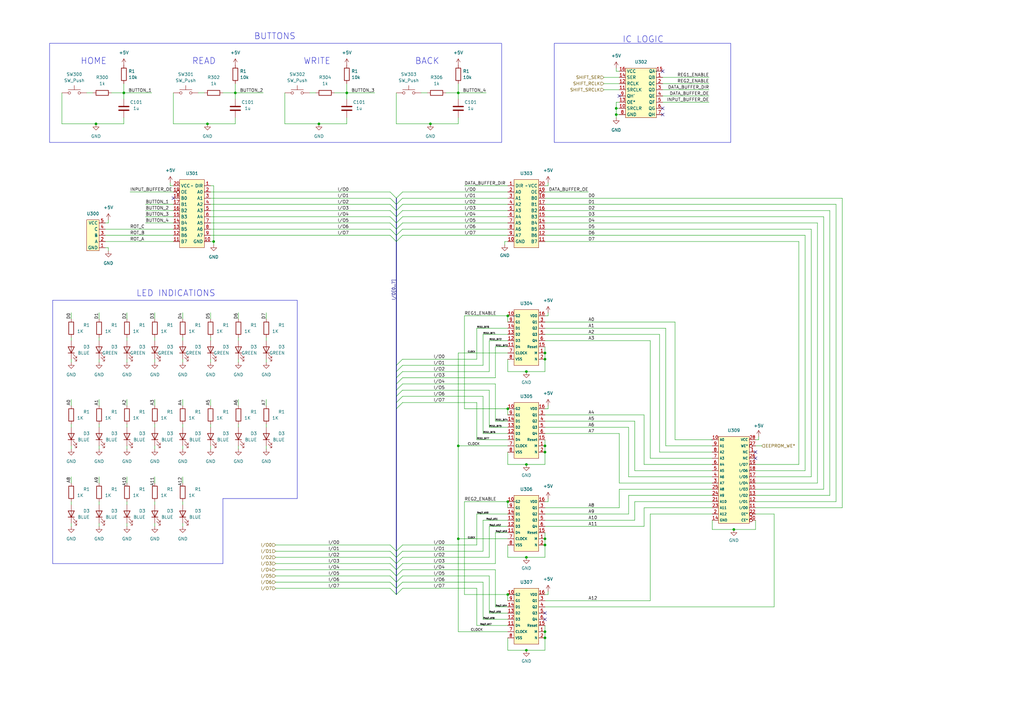
<source format=kicad_sch>
(kicad_sch (version 20230121) (generator eeschema)
  (paper "A3")
  (junction (at 223.52 259.08))
  (junction (at 176.53 50.8))
  (junction (at 252.73 44.45))
  (junction (at 142.24 38.1))
  (junction (at 50.8 38.1))
  (junction (at 223.52 261.62))
  (junction (at 208.28 167.64))
  (junction (at 208.28 243.84))
  (junction (at 85.09 50.8))
  (junction (at 223.52 182.88))
  (junction (at 215.9 266.7))
  (junction (at 223.52 185.42))
  (junction (at 187.96 182.88))
  (junction (at 39.37 50.8))
  (junction (at 223.52 144.78))
  (junction (at 130.81 50.8))
  (junction (at 215.9 228.6))
  (junction (at 87.63 99.06))
  (junction (at 187.96 220.98))
  (junction (at 208.28 129.54))
  (junction (at 96.52 38.1))
  (junction (at 215.9 152.4))
  (junction (at 208.28 205.74))
  (junction (at 223.52 220.98))
  (junction (at 252.73 46.99))
  (junction (at 223.52 147.32))
  (junction (at 300.99 217.17))
  (junction (at 223.52 223.52))
  (junction (at 215.9 190.5))
  (junction (at 187.96 38.1))
  (no_connect (at 254 39.37))
  (no_connect (at 271.78 46.99))
  (no_connect (at 271.78 44.45))
  (no_connect (at 309.88 187.96))
  (no_connect (at 223.52 251.46))
  (no_connect (at 271.78 29.21))
  (no_connect (at 223.52 254))
  (no_connect (at 71.12 81.28))
  (no_connect (at 309.88 185.42))
  (bus_entry (at 162.56 99.06) (size -2.54 -2.54))
  (bus_entry (at 162.56 165.1) (size 2.54 -2.54))
  (bus_entry (at 162.56 88.9) (size 2.54 -2.54))
  (bus_entry (at 162.56 167.64) (size 2.54 -2.54))
  (bus_entry (at 162.56 233.68) (size 2.54 -2.54))
  (bus_entry (at 162.56 152.4) (size 2.54 -2.54))
  (bus_entry (at 162.56 96.52) (size 2.54 -2.54))
  (bus_entry (at 162.56 238.76) (size 2.54 -2.54))
  (bus_entry (at 162.56 243.84) (size 2.54 -2.54))
  (bus_entry (at 162.56 228.6) (size 2.54 -2.54))
  (bus_entry (at 162.56 154.94) (size 2.54 -2.54))
  (bus_entry (at 162.56 91.44) (size -2.54 -2.54))
  (bus_entry (at 162.56 243.84) (size -2.54 -2.54))
  (bus_entry (at 162.56 93.98) (size 2.54 -2.54))
  (bus_entry (at 162.56 96.52) (size -2.54 -2.54))
  (bus_entry (at 162.56 231.14) (size -2.54 -2.54))
  (bus_entry (at 162.56 236.22) (size -2.54 -2.54))
  (bus_entry (at 162.56 238.76) (size -2.54 -2.54))
  (bus_entry (at 162.56 83.82) (size 2.54 -2.54))
  (bus_entry (at 162.56 231.14) (size 2.54 -2.54))
  (bus_entry (at 162.56 228.6) (size -2.54 -2.54))
  (bus_entry (at 162.56 160.02) (size 2.54 -2.54))
  (bus_entry (at 162.56 149.86) (size 2.54 -2.54))
  (bus_entry (at 162.56 99.06) (size 2.54 -2.54))
  (bus_entry (at 162.56 88.9) (size -2.54 -2.54))
  (bus_entry (at 162.56 91.44) (size 2.54 -2.54))
  (bus_entry (at 162.56 241.3) (size -2.54 -2.54))
  (bus_entry (at 162.56 83.82) (size -2.54 -2.54))
  (bus_entry (at 162.56 81.28) (size -2.54 -2.54))
  (bus_entry (at 162.56 86.36) (size -2.54 -2.54))
  (bus_entry (at 162.56 236.22) (size 2.54 -2.54))
  (bus_entry (at 162.56 81.28) (size 2.54 -2.54))
  (bus_entry (at 162.56 93.98) (size -2.54 -2.54))
  (bus_entry (at 162.56 233.68) (size -2.54 -2.54))
  (bus_entry (at 162.56 226.06) (size 2.54 -2.54))
  (bus_entry (at 162.56 241.3) (size 2.54 -2.54))
  (bus_entry (at 162.56 226.06) (size -2.54 -2.54))
  (bus_entry (at 162.56 86.36) (size 2.54 -2.54))
  (bus_entry (at 162.56 157.48) (size 2.54 -2.54))
  (bus_entry (at 162.56 162.56) (size 2.54 -2.54))
  (wire (pts (xy 96.52 38.1) (xy 96.52 34.29)))
  (wire (pts (xy 224.79 204.47) (xy 224.79 205.74)))
  (wire (pts (xy 345.44 208.28) (xy 309.88 208.28)))
  (wire (pts (xy 44.45 101.6) (xy 43.18 101.6)))
  (wire (pts (xy 252.73 44.45) (xy 252.73 46.99)))
  (wire (pts (xy 142.24 38.1) (xy 153.67 38.1)))
  (wire (pts (xy 273.05 134.62) (xy 273.05 182.88)))
  (wire (pts (xy 198.12 137.16) (xy 208.28 137.16)))
  (wire (pts (xy 44.45 91.44) (xy 43.18 91.44)))
  (wire (pts (xy 223.52 220.98) (xy 223.52 223.52)))
  (wire (pts (xy 50.8 50.8) (xy 39.37 50.8)))
  (wire (pts (xy 200.66 175.26) (xy 208.28 175.26)))
  (wire (pts (xy 311.15 179.07) (xy 311.15 180.34)))
  (wire (pts (xy 223.52 182.88) (xy 223.52 185.42)))
  (wire (pts (xy 276.86 132.08) (xy 276.86 180.34)))
  (wire (pts (xy 50.8 38.1) (xy 62.23 38.1)))
  (wire (pts (xy 195.58 256.54) (xy 195.58 241.3)))
  (wire (pts (xy 74.93 195.58) (xy 74.93 198.12)))
  (wire (pts (xy 86.36 163.83) (xy 86.36 166.37)))
  (wire (pts (xy 52.07 215.9) (xy 52.07 214.63)))
  (wire (pts (xy 40.64 163.83) (xy 40.64 166.37)))
  (wire (pts (xy 86.36 86.36) (xy 160.02 86.36)))
  (wire (pts (xy 224.79 243.84) (xy 223.52 243.84)))
  (wire (pts (xy 50.8 48.26) (xy 50.8 50.8)))
  (wire (pts (xy 195.58 210.82) (xy 208.28 210.82)))
  (bus (pts (xy 162.56 233.68) (xy 162.56 236.22)))
  (wire (pts (xy 208.28 266.7) (xy 215.9 266.7)))
  (wire (pts (xy 52.07 163.83) (xy 52.07 166.37)))
  (wire (pts (xy 165.1 86.36) (xy 208.28 86.36)))
  (wire (pts (xy 223.52 266.7) (xy 223.52 261.62)))
  (wire (pts (xy 187.96 38.1) (xy 199.39 38.1)))
  (wire (pts (xy 271.78 36.83) (xy 290.83 36.83)))
  (wire (pts (xy 91.44 38.1) (xy 96.52 38.1)))
  (wire (pts (xy 208.28 185.42) (xy 208.28 190.5)))
  (wire (pts (xy 29.21 173.99) (xy 29.21 175.26)))
  (wire (pts (xy 165.1 228.6) (xy 200.66 228.6)))
  (bus (pts (xy 162.56 236.22) (xy 162.56 238.76)))
  (wire (pts (xy 198.12 162.56) (xy 198.12 177.8)))
  (wire (pts (xy 86.36 173.99) (xy 86.36 175.26)))
  (wire (pts (xy 340.36 86.36) (xy 340.36 203.2)))
  (wire (pts (xy 40.64 184.15) (xy 40.64 182.88)))
  (wire (pts (xy 63.5 215.9) (xy 63.5 214.63)))
  (wire (pts (xy 198.12 238.76) (xy 198.12 254)))
  (wire (pts (xy 165.1 241.3) (xy 195.58 241.3)))
  (wire (pts (xy 44.45 90.17) (xy 44.45 91.44)))
  (wire (pts (xy 190.5 129.54) (xy 208.28 129.54)))
  (wire (pts (xy 142.24 40.64) (xy 142.24 38.1)))
  (wire (pts (xy 208.28 172.72) (xy 203.2 172.72)))
  (wire (pts (xy 29.21 148.59) (xy 29.21 147.32)))
  (wire (pts (xy 340.36 203.2) (xy 309.88 203.2)))
  (bus (pts (xy 162.56 81.28) (xy 162.56 83.82)))
  (wire (pts (xy 271.78 34.29) (xy 290.83 34.29)))
  (wire (pts (xy 327.66 99.06) (xy 327.66 190.5)))
  (bus (pts (xy 162.56 162.56) (xy 162.56 165.1)))
  (wire (pts (xy 40.64 128.27) (xy 40.64 130.81)))
  (wire (pts (xy 86.36 138.43) (xy 86.36 139.7)))
  (wire (pts (xy 162.56 50.8) (xy 176.53 50.8)))
  (wire (pts (xy 63.5 128.27) (xy 63.5 130.81)))
  (wire (pts (xy 142.24 50.8) (xy 130.81 50.8)))
  (wire (pts (xy 317.5 248.92) (xy 317.5 210.82)))
  (wire (pts (xy 109.22 184.15) (xy 109.22 182.88)))
  (wire (pts (xy 86.36 184.15) (xy 86.36 182.88)))
  (wire (pts (xy 29.21 195.58) (xy 29.21 198.12)))
  (wire (pts (xy 165.1 154.94) (xy 203.2 154.94)))
  (wire (pts (xy 266.7 210.82) (xy 292.1 210.82)))
  (wire (pts (xy 223.52 228.6) (xy 223.52 223.52)))
  (wire (pts (xy 223.52 91.44) (xy 335.28 91.44)))
  (wire (pts (xy 38.1 38.1) (xy 35.56 38.1)))
  (wire (pts (xy 59.69 91.44) (xy 71.12 91.44)))
  (wire (pts (xy 52.07 138.43) (xy 52.07 139.7)))
  (wire (pts (xy 223.52 256.54) (xy 223.52 259.08)))
  (wire (pts (xy 223.52 152.4) (xy 223.52 147.32)))
  (wire (pts (xy 86.36 76.2) (xy 87.63 76.2)))
  (wire (pts (xy 223.52 134.62) (xy 273.05 134.62)))
  (wire (pts (xy 86.36 81.28) (xy 160.02 81.28)))
  (wire (pts (xy 40.64 173.99) (xy 40.64 175.26)))
  (wire (pts (xy 200.66 228.6) (xy 200.66 215.9)))
  (wire (pts (xy 300.99 217.17) (xy 309.88 217.17)))
  (wire (pts (xy 241.3 78.74) (xy 223.52 78.74)))
  (bus (pts (xy 162.56 238.76) (xy 162.56 241.3)))
  (wire (pts (xy 247.65 31.75) (xy 254 31.75)))
  (wire (pts (xy 25.4 50.8) (xy 39.37 50.8)))
  (wire (pts (xy 224.79 167.64) (xy 223.52 167.64)))
  (bus (pts (xy 162.56 226.06) (xy 162.56 228.6)))
  (wire (pts (xy 182.88 38.1) (xy 187.96 38.1)))
  (wire (pts (xy 59.69 88.9) (xy 71.12 88.9)))
  (wire (pts (xy 165.1 236.22) (xy 200.66 236.22)))
  (wire (pts (xy 165.1 165.1) (xy 195.58 165.1)))
  (wire (pts (xy 96.52 48.26) (xy 96.52 50.8)))
  (wire (pts (xy 198.12 254) (xy 208.28 254)))
  (wire (pts (xy 165.1 88.9) (xy 208.28 88.9)))
  (wire (pts (xy 190.5 76.2) (xy 208.28 76.2)))
  (wire (pts (xy 337.82 88.9) (xy 337.82 200.66)))
  (wire (pts (xy 113.03 238.76) (xy 160.02 238.76)))
  (wire (pts (xy 223.52 137.16) (xy 270.51 137.16)))
  (wire (pts (xy 276.86 180.34) (xy 292.1 180.34)))
  (wire (pts (xy 52.07 173.99) (xy 52.07 175.26)))
  (wire (pts (xy 207.01 100.33) (xy 207.01 99.06)))
  (wire (pts (xy 335.28 198.12) (xy 309.88 198.12)))
  (wire (pts (xy 43.18 99.06) (xy 71.12 99.06)))
  (wire (pts (xy 203.2 233.68) (xy 203.2 248.92)))
  (wire (pts (xy 44.45 102.87) (xy 44.45 101.6)))
  (wire (pts (xy 330.2 193.04) (xy 309.88 193.04)))
  (bus (pts (xy 162.56 99.06) (xy 162.56 149.86)))
  (wire (pts (xy 25.4 38.1) (xy 25.4 50.8)))
  (wire (pts (xy 223.52 213.36) (xy 260.35 213.36)))
  (wire (pts (xy 223.52 248.92) (xy 317.5 248.92)))
  (wire (pts (xy 254 177.8) (xy 254 198.12)))
  (bus (pts (xy 162.56 231.14) (xy 162.56 233.68)))
  (bus (pts (xy 162.56 83.82) (xy 162.56 86.36)))
  (wire (pts (xy 224.79 242.57) (xy 224.79 243.84)))
  (wire (pts (xy 74.93 128.27) (xy 74.93 130.81)))
  (bus (pts (xy 162.56 154.94) (xy 162.56 157.48)))
  (wire (pts (xy 50.8 40.64) (xy 50.8 38.1)))
  (wire (pts (xy 97.79 138.43) (xy 97.79 139.7)))
  (wire (pts (xy 264.16 190.5) (xy 292.1 190.5)))
  (wire (pts (xy 29.21 128.27) (xy 29.21 130.81)))
  (bus (pts (xy 162.56 149.86) (xy 162.56 152.4)))
  (wire (pts (xy 162.56 38.1) (xy 162.56 50.8)))
  (wire (pts (xy 74.93 184.15) (xy 74.93 182.88)))
  (wire (pts (xy 203.2 218.44) (xy 203.2 231.14)))
  (wire (pts (xy 40.64 195.58) (xy 40.64 198.12)))
  (wire (pts (xy 40.64 148.59) (xy 40.64 147.32)))
  (wire (pts (xy 224.79 129.54) (xy 223.52 129.54)))
  (wire (pts (xy 71.12 50.8) (xy 85.09 50.8)))
  (wire (pts (xy 309.88 182.88) (xy 312.42 182.88)))
  (wire (pts (xy 63.5 205.74) (xy 63.5 207.01)))
  (wire (pts (xy 190.5 243.84) (xy 190.5 205.74)))
  (wire (pts (xy 223.52 99.06) (xy 327.66 99.06)))
  (wire (pts (xy 52.07 128.27) (xy 52.07 130.81)))
  (wire (pts (xy 53.34 78.74) (xy 71.12 78.74)))
  (wire (pts (xy 260.35 172.72) (xy 260.35 193.04)))
  (wire (pts (xy 223.52 215.9) (xy 264.16 215.9)))
  (wire (pts (xy 223.52 139.7) (xy 266.7 139.7)))
  (bus (pts (xy 162.56 228.6) (xy 162.56 231.14)))
  (wire (pts (xy 223.52 259.08) (xy 223.52 261.62)))
  (wire (pts (xy 195.58 134.62) (xy 208.28 134.62)))
  (wire (pts (xy 309.88 190.5) (xy 327.66 190.5)))
  (wire (pts (xy 309.88 217.17) (xy 309.88 213.36)))
  (polyline (pts (xy 121.92 204.47) (xy 121.92 123.19)))
  (wire (pts (xy 208.28 223.52) (xy 208.28 228.6)))
  (wire (pts (xy 207.01 99.06) (xy 208.28 99.06)))
  (wire (pts (xy 142.24 38.1) (xy 142.24 34.29)))
  (wire (pts (xy 208.28 147.32) (xy 208.28 152.4)))
  (wire (pts (xy 113.03 226.06) (xy 160.02 226.06)))
  (wire (pts (xy 187.96 220.98) (xy 187.96 182.88)))
  (wire (pts (xy 87.63 76.2) (xy 87.63 99.06)))
  (wire (pts (xy 208.28 208.28) (xy 208.28 205.74)))
  (bus (pts (xy 162.56 152.4) (xy 162.56 154.94)))
  (wire (pts (xy 317.5 210.82) (xy 309.88 210.82)))
  (wire (pts (xy 292.1 217.17) (xy 300.99 217.17)))
  (wire (pts (xy 69.85 74.93) (xy 69.85 76.2)))
  (wire (pts (xy 165.1 149.86) (xy 198.12 149.86)))
  (wire (pts (xy 109.22 163.83) (xy 109.22 166.37)))
  (wire (pts (xy 223.52 86.36) (xy 340.36 86.36)))
  (wire (pts (xy 86.36 148.59) (xy 86.36 147.32)))
  (wire (pts (xy 335.28 91.44) (xy 335.28 198.12)))
  (wire (pts (xy 74.93 148.59) (xy 74.93 147.32)))
  (wire (pts (xy 342.9 83.82) (xy 342.9 205.74)))
  (wire (pts (xy 96.52 40.64) (xy 96.52 38.1)))
  (wire (pts (xy 223.52 132.08) (xy 276.86 132.08)))
  (bus (pts (xy 162.56 91.44) (xy 162.56 93.98)))
  (wire (pts (xy 97.79 184.15) (xy 97.79 182.88)))
  (wire (pts (xy 175.26 38.1) (xy 172.72 38.1)))
  (wire (pts (xy 165.1 226.06) (xy 198.12 226.06)))
  (wire (pts (xy 187.96 220.98) (xy 208.28 220.98)))
  (wire (pts (xy 63.5 184.15) (xy 63.5 182.88)))
  (wire (pts (xy 109.22 148.59) (xy 109.22 147.32)))
  (wire (pts (xy 198.12 213.36) (xy 208.28 213.36)))
  (wire (pts (xy 198.12 177.8) (xy 208.28 177.8)))
  (wire (pts (xy 45.72 38.1) (xy 50.8 38.1)))
  (wire (pts (xy 254 44.45) (xy 252.73 44.45)))
  (wire (pts (xy 208.28 228.6) (xy 215.9 228.6)))
  (wire (pts (xy 86.36 128.27) (xy 86.36 130.81)))
  (wire (pts (xy 74.93 205.74) (xy 74.93 207.01)))
  (wire (pts (xy 165.1 78.74) (xy 208.28 78.74)))
  (wire (pts (xy 165.1 157.48) (xy 203.2 157.48)))
  (wire (pts (xy 165.1 162.56) (xy 198.12 162.56)))
  (wire (pts (xy 223.52 144.78) (xy 223.52 147.32)))
  (wire (pts (xy 208.28 132.08) (xy 208.28 129.54)))
  (bus (pts (xy 162.56 160.02) (xy 162.56 162.56)))
  (wire (pts (xy 74.93 163.83) (xy 74.93 166.37)))
  (wire (pts (xy 187.96 182.88) (xy 208.28 182.88)))
  (wire (pts (xy 165.1 91.44) (xy 208.28 91.44)))
  (wire (pts (xy 252.73 29.21) (xy 254 29.21)))
  (wire (pts (xy 208.28 190.5) (xy 215.9 190.5)))
  (wire (pts (xy 215.9 152.4) (xy 223.52 152.4)))
  (wire (pts (xy 223.52 88.9) (xy 337.82 88.9)))
  (wire (pts (xy 223.52 180.34) (xy 223.52 182.88)))
  (wire (pts (xy 208.28 170.18) (xy 208.28 167.64)))
  (wire (pts (xy 252.73 46.99) (xy 254 46.99)))
  (wire (pts (xy 165.1 83.82) (xy 208.28 83.82)))
  (wire (pts (xy 86.36 93.98) (xy 160.02 93.98)))
  (wire (pts (xy 52.07 195.58) (xy 52.07 198.12)))
  (wire (pts (xy 247.65 36.83) (xy 254 36.83)))
  (wire (pts (xy 165.1 96.52) (xy 208.28 96.52)))
  (wire (pts (xy 40.64 215.9) (xy 40.64 214.63)))
  (wire (pts (xy 29.21 163.83) (xy 29.21 166.37)))
  (wire (pts (xy 190.5 167.64) (xy 190.5 129.54)))
  (wire (pts (xy 96.52 38.1) (xy 107.95 38.1)))
  (wire (pts (xy 223.52 170.18) (xy 264.16 170.18)))
  (wire (pts (xy 87.63 99.06) (xy 86.36 99.06)))
  (wire (pts (xy 63.5 138.43) (xy 63.5 139.7)))
  (wire (pts (xy 187.96 40.64) (xy 187.96 38.1)))
  (wire (pts (xy 40.64 205.74) (xy 40.64 207.01)))
  (wire (pts (xy 74.93 173.99) (xy 74.93 175.26)))
  (wire (pts (xy 113.03 236.22) (xy 160.02 236.22)))
  (bus (pts (xy 162.56 88.9) (xy 162.56 91.44)))
  (wire (pts (xy 223.52 83.82) (xy 342.9 83.82)))
  (wire (pts (xy 160.02 228.6) (xy 113.03 228.6)))
  (wire (pts (xy 266.7 246.38) (xy 266.7 210.82)))
  (wire (pts (xy 200.66 251.46) (xy 208.28 251.46)))
  (wire (pts (xy 200.66 152.4) (xy 200.66 139.7)))
  (wire (pts (xy 113.03 231.14) (xy 160.02 231.14)))
  (wire (pts (xy 271.78 41.91) (xy 290.83 41.91)))
  (wire (pts (xy 252.73 48.26) (xy 252.73 46.99)))
  (wire (pts (xy 116.84 38.1) (xy 116.84 50.8)))
  (wire (pts (xy 59.69 86.36) (xy 71.12 86.36)))
  (wire (pts (xy 71.12 38.1) (xy 71.12 50.8)))
  (wire (pts (xy 86.36 91.44) (xy 160.02 91.44)))
  (wire (pts (xy 223.52 93.98) (xy 332.74 93.98)))
  (wire (pts (xy 223.52 177.8) (xy 254 177.8)))
  (wire (pts (xy 63.5 173.99) (xy 63.5 175.26)))
  (wire (pts (xy 264.16 170.18) (xy 264.16 190.5)))
  (wire (pts (xy 208.28 259.08) (xy 187.96 259.08)))
  (wire (pts (xy 142.24 48.26) (xy 142.24 50.8)))
  (wire (pts (xy 345.44 81.28) (xy 345.44 208.28)))
  (wire (pts (xy 337.82 200.66) (xy 309.88 200.66)))
  (wire (pts (xy 252.73 27.94) (xy 252.73 29.21)))
  (wire (pts (xy 292.1 200.66) (xy 254 200.66)))
  (wire (pts (xy 83.82 38.1) (xy 81.28 38.1)))
  (polyline (pts (xy 21.59 123.19) (xy 121.92 123.19)))
  (wire (pts (xy 223.52 175.26) (xy 257.81 175.26)))
  (wire (pts (xy 165.1 233.68) (xy 203.2 233.68)))
  (wire (pts (xy 160.02 223.52) (xy 113.03 223.52)))
  (wire (pts (xy 260.35 205.74) (xy 292.1 205.74)))
  (wire (pts (xy 59.69 83.82) (xy 71.12 83.82)))
  (wire (pts (xy 330.2 96.52) (xy 330.2 193.04)))
  (wire (pts (xy 264.16 208.28) (xy 292.1 208.28)))
  (wire (pts (xy 224.79 166.37) (xy 224.79 167.64)))
  (wire (pts (xy 332.74 93.98) (xy 332.74 195.58)))
  (wire (pts (xy 86.36 78.74) (xy 160.02 78.74)))
  (wire (pts (xy 223.52 218.44) (xy 223.52 220.98)))
  (wire (pts (xy 109.22 128.27) (xy 109.22 130.81)))
  (wire (pts (xy 165.1 81.28) (xy 208.28 81.28)))
  (wire (pts (xy 195.58 180.34) (xy 208.28 180.34)))
  (wire (pts (xy 270.51 185.42) (xy 292.1 185.42)))
  (wire (pts (xy 116.84 50.8) (xy 130.81 50.8)))
  (bus (pts (xy 162.56 165.1) (xy 162.56 167.64)))
  (wire (pts (xy 257.81 175.26) (xy 257.81 195.58)))
  (wire (pts (xy 271.78 31.75) (xy 290.83 31.75)))
  (wire (pts (xy 257.81 210.82) (xy 257.81 203.2)))
  (wire (pts (xy 208.28 248.92) (xy 203.2 248.92)))
  (bus (pts (xy 162.56 241.3) (xy 162.56 243.84)))
  (wire (pts (xy 29.21 184.15) (xy 29.21 182.88)))
  (wire (pts (xy 208.28 246.38) (xy 208.28 243.84)))
  (wire (pts (xy 254 200.66) (xy 254 208.28)))
  (wire (pts (xy 215.9 228.6) (xy 223.52 228.6)))
  (wire (pts (xy 195.58 223.52) (xy 195.58 210.82)))
  (wire (pts (xy 247.65 34.29) (xy 254 34.29)))
  (wire (pts (xy 195.58 256.54) (xy 208.28 256.54)))
  (wire (pts (xy 332.74 195.58) (xy 309.88 195.58)))
  (wire (pts (xy 63.5 148.59) (xy 63.5 147.32)))
  (wire (pts (xy 96.52 50.8) (xy 85.09 50.8)))
  (wire (pts (xy 200.66 160.02) (xy 200.66 175.26)))
  (wire (pts (xy 223.52 96.52) (xy 330.2 96.52)))
  (wire (pts (xy 129.54 38.1) (xy 127 38.1)))
  (wire (pts (xy 223.52 172.72) (xy 260.35 172.72)))
  (wire (pts (xy 223.52 142.24) (xy 223.52 144.78)))
  (wire (pts (xy 165.1 231.14) (xy 203.2 231.14)))
  (wire (pts (xy 165.1 152.4) (xy 200.66 152.4)))
  (wire (pts (xy 97.79 128.27) (xy 97.79 130.81)))
  (wire (pts (xy 223.52 210.82) (xy 257.81 210.82)))
  (wire (pts (xy 200.66 236.22) (xy 200.66 251.46)))
  (wire (pts (xy 43.18 93.98) (xy 71.12 93.98)))
  (wire (pts (xy 198.12 213.36) (xy 198.12 226.06)))
  (wire (pts (xy 86.36 88.9) (xy 160.02 88.9)))
  (wire (pts (xy 187.96 259.08) (xy 187.96 220.98)))
  (wire (pts (xy 257.81 203.2) (xy 292.1 203.2)))
  (wire (pts (xy 254 41.91) (xy 252.73 41.91)))
  (wire (pts (xy 224.79 128.27) (xy 224.79 129.54)))
  (wire (pts (xy 223.52 246.38) (xy 266.7 246.38)))
  (wire (pts (xy 208.28 261.62) (xy 208.28 266.7)))
  (wire (pts (xy 224.79 74.93) (xy 224.79 76.2)))
  (wire (pts (xy 86.36 96.52) (xy 160.02 96.52)))
  (wire (pts (xy 87.63 100.33) (xy 87.63 99.06)))
  (wire (pts (xy 200.66 215.9) (xy 208.28 215.9)))
  (wire (pts (xy 266.7 187.96) (xy 292.1 187.96)))
  (wire (pts (xy 187.96 182.88) (xy 187.96 144.78)))
  (wire (pts (xy 113.03 233.68) (xy 160.02 233.68)))
  (wire (pts (xy 29.21 138.43) (xy 29.21 139.7)))
  (wire (pts (xy 109.22 173.99) (xy 109.22 175.26)))
  (wire (pts (xy 97.79 148.59) (xy 97.79 147.32)))
  (polyline (pts (xy 91.44 231.14) (xy 91.44 204.47)))
  (bus (pts (xy 162.56 167.64) (xy 162.56 226.06)))
  (wire (pts (xy 292.1 213.36) (xy 292.1 217.17)))
  (wire (pts (xy 254 208.28) (xy 223.52 208.28)))
  (wire (pts (xy 165.1 160.02) (xy 200.66 160.02)))
  (wire (pts (xy 63.5 163.83) (xy 63.5 166.37)))
  (wire (pts (xy 203.2 142.24) (xy 203.2 154.94)))
  (wire (pts (xy 165.1 93.98) (xy 208.28 93.98)))
  (wire (pts (xy 165.1 238.76) (xy 198.12 238.76)))
  (wire (pts (xy 311.15 180.34) (xy 309.88 180.34)))
  (wire (pts (xy 187.96 38.1) (xy 187.96 34.29)))
  (wire (pts (xy 74.93 215.9) (xy 74.93 214.63)))
  (wire (pts (xy 40.64 138.43) (xy 40.64 139.7)))
  (wire (pts (xy 290.83 39.37) (xy 271.78 39.37)))
  (wire (pts (xy 254 198.12) (xy 292.1 198.12)))
  (wire (pts (xy 187.96 50.8) (xy 176.53 50.8)))
  (wire (pts (xy 224.79 205.74) (xy 223.52 205.74)))
  (polyline (pts (xy 21.59 123.19) (xy 21.59 231.14)))
  (wire (pts (xy 97.79 173.99) (xy 97.79 175.26)))
  (wire (pts (xy 266.7 139.7) (xy 266.7 187.96)))
  (wire (pts (xy 43.18 96.52) (xy 71.12 96.52)))
  (polyline (pts (xy 21.59 231.14) (xy 91.44 231.14)))
  (wire (pts (xy 257.81 195.58) (xy 292.1 195.58)))
  (wire (pts (xy 223.52 81.28) (xy 345.44 81.28)))
  (wire (pts (xy 273.05 182.88) (xy 292.1 182.88)))
  (wire (pts (xy 165.1 147.32) (xy 195.58 147.32)))
  (wire (pts (xy 187.96 48.26) (xy 187.96 50.8)))
  (wire (pts (xy 29.21 215.9) (xy 29.21 214.63)))
  (wire (pts (xy 203.2 142.24) (xy 208.28 142.24)))
  (wire (pts (xy 190.5 205.74) (xy 208.28 205.74)))
  (wire (pts (xy 86.36 83.82) (xy 160.02 83.82)))
  (wire (pts (xy 264.16 215.9) (xy 264.16 208.28)))
  (wire (pts (xy 342.9 205.74) (xy 309.88 205.74)))
  (wire (pts (xy 208.28 152.4) (xy 215.9 152.4)))
  (wire (pts (xy 203.2 157.48) (xy 203.2 172.72)))
  (wire (pts (xy 223.52 190.5) (xy 223.52 185.42)))
  (wire (pts (xy 69.85 76.2) (xy 71.12 76.2)))
  (wire (pts (xy 109.22 138.43) (xy 109.22 139.7)))
  (wire (pts (xy 215.9 190.5) (xy 223.52 190.5)))
  (wire (pts (xy 195.58 147.32) (xy 195.58 134.62)))
  (wire (pts (xy 165.1 223.52) (xy 195.58 223.52)))
  (wire (pts (xy 29.21 205.74) (xy 29.21 207.01)))
  (wire (pts (xy 63.5 195.58) (xy 63.5 198.12)))
  (wire (pts (xy 74.93 138.43) (xy 74.93 139.7)))
  (wire (pts (xy 260.35 193.04) (xy 292.1 193.04)))
  (polyline (pts (xy 91.44 204.47) (xy 121.92 204.47)))
  (wire (pts (xy 97.79 163.83) (xy 97.79 166.37)))
  (wire (pts (xy 113.03 241.3) (xy 160.02 241.3)))
  (wire (pts (xy 198.12 137.16) (xy 198.12 149.86)))
  (bus (pts (xy 162.56 157.48) (xy 162.56 160.02)))
  (wire (pts (xy 50.8 38.1) (xy 50.8 34.29)))
  (bus (pts (xy 162.56 93.98) (xy 162.56 96.52)))
  (wire (pts (xy 215.9 266.7) (xy 223.52 266.7)))
  (wire (pts (xy 200.66 139.7) (xy 208.28 139.7)))
  (wire (pts (xy 137.16 38.1) (xy 142.24 38.1)))
  (wire (pts (xy 260.35 213.36) (xy 260.35 205.74)))
  (wire (pts (xy 252.73 41.91) (xy 252.73 44.45)))
  (wire (pts (xy 52.07 148.59) (xy 52.07 147.32)))
  (wire (pts (xy 224.79 76.2) (xy 223.52 76.2)))
  (wire (pts (xy 52.07 205.74) (xy 52.07 207.01)))
  (wire (pts (xy 52.07 184.15) (xy 52.07 182.88)))
  (bus (pts (xy 162.56 96.52) (xy 162.56 99.06)))
  (wire (pts (xy 187.96 144.78) (xy 208.28 144.78)))
  (wire (pts (xy 195.58 165.1) (xy 195.58 180.34)))
  (wire (pts (xy 208.28 167.64) (xy 190.5 167.64)))
  (wire (pts (xy 203.2 218.44) (xy 208.28 218.44)))
  (wire (pts (xy 208.28 243.84) (xy 190.5 243.84)))
  (wire (pts (xy 270.51 137.16) (xy 270.51 185.42)))
  (bus (pts (xy 162.56 86.36) (xy 162.56 88.9)))
  (rectangle (start 20.32 17.78) (end 205.74 58.42))
  (rectangle (start 227.33 17.78) (end 299.72 58.42))
  (text "LED INDICATIONS" (at 55.88 121.92 0) (effects (font (size 2.56 2.56)) (justify left bottom)))
  (text "WRITE" (at 124.46 26.67 0) (effects (font (size 2.56 2.56)) (justify left bottom)))
  (text "BUTTONS" (at 104.14 16.51 0) (effects (font (size 2.56 2.56)) (justify left bottom)))
  (text "IC LOGIC\n" (at 255.27 17.78 0) (effects (font (size 2.56 2.56)) (justify left bottom)))
  (text "BACK" (at 170.18 26.67 0) (effects (font (size 2.56 2.56)) (justify left bottom)))
  (text "READ" (at 78.74 26.67 0) (effects (font (size 2.56 2.56)) (justify left bottom)))
  (text "HOME" (at 33.02 26.67 0) (effects (font (size 2.56 2.56)) (justify left bottom)))
  (label "REG1_BIT6" (at 198.12 177.8 0) (effects (font (size 0.63 0.63))))
  (label "BUTTON_2" (at 107.95 38.1 180))
  (label "I/O1" (at 177.8 149.86 0))
  (label "I/O6" (at 177.8 162.56 0))
  (label "I/O4" (at 190.5 88.9 0))
  (label "REG1_BIT0" (at 195.58 134.62 0) (effects (font (size 0.63 0.63))))
  (label "I/O2" (at 134.62 228.6 0))
  (label "D1" (at 241.3 83.82 0))
  (label "DATA_BUFFER_DIR" (at 290.83 36.83 180))
  (label "REG2_ENABLE" (at 290.83 34.29 180))
  (label "I/O2" (at 177.8 228.6 0))
  (label "BUTTON_3" (at 59.69 88.9 0))
  (label "CLOCK" (at 191.77 182.88 0) (effects (font (size 1 1))))
  (label "D4" (at 74.93 128.27 270))
  (label "D0" (at 29.21 128.27 270))
  (label "Reg2_bit6" (at 198.12 254 0) (effects (font (size 0.63 0.63))))
  (label "I/O0" (at 190.5 78.74 0))
  (label "I/O5" (at 177.8 236.22 0))
  (label "Reg2_bit0" (at 195.58 210.82 0) (effects (font (size 0.63 0.63))))
  (label "I/O4" (at 177.8 233.68 0))
  (label "D5" (at 86.36 128.27 270))
  (label "A6" (at 241.3 175.26 0))
  (label "I/O1" (at 134.62 226.06 0))
  (label "A5" (at 86.36 163.83 270))
  (label "A11" (at 63.5 195.58 270))
  (label "REG1_ENABLE" (at 290.83 31.75 180))
  (label "A4" (at 74.93 163.83 270))
  (label "I/O6" (at 134.62 238.76 0))
  (label "I/O2" (at 177.8 152.4 0))
  (label "A3" (at 241.3 139.7 0))
  (label "Reg2_bit2" (at 200.66 215.9 0) (effects (font (size 0.63 0.63))))
  (label "D6" (at 241.3 96.52 0))
  (label "A6" (at 97.79 163.83 270))
  (label "I/O4" (at 134.62 233.68 0))
  (label "I/O7" (at 190.5 96.52 0))
  (label "A9" (at 241.3 210.82 0))
  (label "I/O4" (at 138.43 88.9 0))
  (label "A7" (at 109.22 163.83 270))
  (label "INPUT_BUFFER_OE" (at 290.83 41.91 180))
  (label "A3" (at 63.5 163.83 270))
  (label "DATA_BUFFER_DIR" (at 190.5 76.2 0))
  (label "REG1_BIT7" (at 195.58 180.34 0) (effects (font (size 0.63 0.63))))
  (label "I/O1" (at 138.43 81.28 0))
  (label "A7" (at 241.3 177.8 0))
  (label "A10" (at 241.3 213.36 0))
  (label "I/O1" (at 177.8 226.06 0))
  (label "REG2_ENABLE" (at 190.5 205.74 0))
  (label "BUTTON_4" (at 199.39 38.1 180))
  (label "D0" (at 241.3 81.28 0))
  (label "I/O6" (at 177.8 238.76 0))
  (label "DATA_BUFFER_OE" (at 241.3 78.74 180))
  (label "Reg2_bit7" (at 196.85 256.54 0) (effects (font (size 0.63 0.63))))
  (label "INPUT_BUFFER_OE" (at 53.34 78.74 0))
  (label "REG1_BIT5" (at 200.66 175.26 0) (effects (font (size 0.63 0.63))))
  (label "A5" (at 241.3 172.72 0))
  (label "I/O0" (at 177.8 223.52 0))
  (label "I/O2" (at 138.43 83.82 0))
  (label "I/O4" (at 177.8 157.48 0))
  (label "I/O3" (at 177.8 154.94 0))
  (label "I/O7" (at 177.8 241.3 0))
  (label "REG1_BIT2" (at 200.66 139.7 0) (effects (font (size 0.63 0.63))))
  (label "I/O0" (at 134.62 223.52 0))
  (label "A2" (at 52.07 163.83 270))
  (label "DATA_BUFFER_OE" (at 290.83 39.37 180))
  (label "I/O0" (at 138.43 78.74 0))
  (label "D4" (at 241.3 91.44 0))
  (label "I/O7" (at 177.8 165.1 0))
  (label "ROT_C" (at 53.34 93.98 0))
  (label "ROT_A" (at 53.34 99.06 0))
  (label "I/O5" (at 134.62 236.22 0))
  (label "A10" (at 52.07 195.58 270))
  (label "D6" (at 97.79 128.27 270))
  (label "A8" (at 29.21 195.58 270))
  (label "CLOCK" (at 191.77 220.98 0) (effects (font (size 0.63 0.63))))
  (label "A0" (at 29.21 163.83 270))
  (label "REG1_BIT4" (at 203.2 172.72 0) (effects (font (size 0.63 0.63))))
  (label "D3" (at 241.3 88.9 0))
  (label "D5" (at 241.3 93.98 0))
  (label "I/O0" (at 177.8 147.32 0))
  (label "BUTTON_1" (at 62.23 38.1 180))
  (label "D2" (at 241.3 86.36 0))
  (label "A9" (at 40.64 195.58 270))
  (label "I/O2" (at 190.5 83.82 0))
  (label "I/O5" (at 138.43 91.44 0))
  (label "REG1_BIT1" (at 198.12 137.16 0) (effects (font (size 0.63 0.63))))
  (label "A8" (at 241.3 208.28 0))
  (label "Reg2_bit3" (at 203.2 218.44 0) (effects (font (size 0.63 0.63))))
  (label "I/O1" (at 190.5 81.28 0))
  (label "Reg2_bit5" (at 200.66 251.46 0) (effects (font (size 0.63 0.63))))
  (label "D7" (at 109.22 128.27 270))
  (label "I{slash}O[0..7]" (at 162.56 123.19 90))
  (label "A1" (at 241.3 134.62 0))
  (label "Reg2_bit1" (at 199.39 213.36 0) (effects (font (size 0.63 0.63))))
  (label "BUTTON_2" (at 59.69 86.36 0))
  (label "D2" (at 52.07 128.27 270))
  (label "I/O6" (at 138.43 93.98 0))
  (label "I/O3" (at 134.62 231.14 0))
  (label "BUTTON_4" (at 59.69 91.44 0))
  (label "BUTTON_1" (at 59.69 83.82 0))
  (label "REG1_BIT3" (at 203.2 142.24 0) (effects (font (size 0.63 0.63))))
  (label "I/O3" (at 190.5 86.36 0))
  (label "BUTTON_3" (at 153.67 38.1 180))
  (label "I/O5" (at 177.8 160.02 0))
  (label "I/O7" (at 138.43 96.52 0))
  (label "A2" (at 241.3 137.16 0))
  (label "ROT_B" (at 53.34 96.52 0))
  (label "D3" (at 63.5 128.27 270))
  (label "I/O5" (at 190.5 91.44 0))
  (label "D7" (at 241.3 99.06 0))
  (label "CLOCK" (at 191.77 144.78 0) (effects (font (size 0.63 0.63))))
  (label "I/O6" (at 190.5 93.98 0))
  (label "A12" (at 74.93 195.58 270))
  (label "A0" (at 241.3 132.08 0))
  (label "REG1_ENABLE" (at 190.5 129.54 0))
  (label "A11" (at 241.3 215.9 0))
  (label "Reg2_bit4" (at 203.2 248.92 0) (effects (font (size 0.63 0.63))))
  (label "CLOCK" (at 193.04 259.08 0) (effects (font (size 1 1))))
  (label "I/O7" (at 134.62 241.3 0))
  (label "I/O3" (at 138.43 86.36 0))
  (label "I/O3" (at 177.8 231.14 0))
  (label "A4" (at 241.3 170.18 0))
  (label "A12" (at 241.3 246.38 0))
  (label "A1" (at 40.64 163.83 270))
  (label "D1" (at 40.64 128.27 270))
  (hierarchical_label "I{slash}O3" (shape input) (at 113.03 231.14 180))
  (hierarchical_label "SHIFT_SER" (shape input) (at 247.65 31.75 180))
  (hierarchical_label "I{slash}O0" (shape input) (at 113.03 223.52 180))
  (hierarchical_label "I{slash}O2" (shape input) (at 113.03 228.6 180))
  (hierarchical_label "I{slash}O4" (shape input) (at 113.03 233.68 180))
  (hierarchical_label "I{slash}O6" (shape input) (at 113.03 238.76 180))
  (hierarchical_label "SHIFT_SRCLK" (shape input) (at 247.65 36.83 180))
  (hierarchical_label "I{slash}O7" (shape input) (at 113.03 241.3 180))
  (hierarchical_label "SHIFT_RCLK" (shape input) (at 247.65 34.29 180))
  (hierarchical_label "I{slash}O1" (shape input) (at 113.03 226.06 180))
  (hierarchical_label "I{slash}O5" (shape input) (at 113.03 236.22 180))
  (hierarchical_label "EEPROM_WE*" (shape input) (at 312.42 182.88 0))
  (symbol (lib_id "power:+5V") (at 224.79 204.47 0) (unit 1)
    (property "Reference" "#PWR020" (effects hide))
    (property "Value" "+5V" (at 224.79 199.39 0))
  )
  (symbol (lib_id "Device:LED") (at 29.21 179.07 90) (unit 1)
    (property "Reference" "D3" (at 36.83 177.8 90) (effects (justify left)))
    (property "Value" "BLUE" (at 36.83 180.34 90) (effects (justify left)))
    (property "Footprint" "LED_SMD:LED_0805_2012Metric_Pad1.15x1.40mm_HandSolder" (effects hide))
    (instances (project "board" (path "" (reference "D3") (unit 1)) (path "" (reference "D200") (unit 1)) (path "" (reference "D308") (unit 1))))
  )
  (symbol (lib_id "Device:R") (at 40.64 170.18 180) (unit 1)
    (property "Reference" "R1" (at 48.26 168.91 0) (effects (justify left)))
    (property "Value" "1K" (at 45.72 171.45 0) (effects (justify left)))
    (property "Footprint" "Resistor_SMD:R_0805_2012Metric_Pad1.20x1.40mm_HandSolder" (effects hide))
    (instances (project "board" (path "" (reference "R1") (unit 1)) (path "" (reference "R200") (unit 1)) (path "" (reference "R317") (unit 1))))
  )
  (symbol (lib_id "power:GND") (at 63.5 148.59 0) (unit 1)
    (property "Reference" "#PWR057" (effects hide))
    (property "Value" "GND" (at 63.5 153.67 0))
  )
  (symbol (lib_id "power:GND") (at 52.07 184.15 0) (unit 1)
    (property "Reference" "#PWR043" (effects hide))
    (property "Value" "GND" (at 52.07 189.23 0))
  )
  (symbol (lib_id "Device:R") (at 133.35 38.1 90) (unit 1)
    (property "Reference" "R304" (at 133.35 31.75 90))
    (property "Value" "1k" (at 133.35 34.29 90))
    (property "Footprint" "Resistor_SMD:R_0805_2012Metric_Pad1.20x1.40mm_HandSolder" (effects hide))
  )
  (symbol (lib_id "power:+5V") (at 224.79 242.57 0) (unit 1)
    (property "Reference" "#PWR021" (effects hide))
    (property "Value" "+5V" (at 224.79 237.49 0))
  )
  (symbol (lib_id "Device:LED") (at 40.64 179.07 90) (unit 1)
    (property "Reference" "D3" (at 48.26 177.8 90) (effects (justify left)))
    (property "Value" "BLUE" (at 48.26 180.34 90) (effects (justify left)))
    (property "Footprint" "LED_SMD:LED_0805_2012Metric_Pad1.15x1.40mm_HandSolder" (effects hide))
    (instances (project "board" (path "" (reference "D3") (unit 1)) (path "" (reference "D200") (unit 1)) (path "" (reference "D309") (unit 1))))
  )
  (symbol (lib_id "Device:LED") (at 29.21 210.82 90) (unit 1)
    (property "Reference" "D3" (at 36.83 209.55 90) (effects (justify left)))
    (property "Value" "BLUE" (at 36.83 212.09 90) (effects (justify left)))
    (property "Footprint" "LED_SMD:LED_0805_2012Metric_Pad1.15x1.40mm_HandSolder" (effects hide))
    (instances (project "board" (path "" (reference "D3") (unit 1)) (path "" (reference "D200") (unit 1)) (path "" (reference "D316") (unit 1))))
  )
  (symbol (lib_id "power:+5V") (at 142.24 26.67 0) (unit 1)
    (property "Reference" "#PWR036" (effects hide))
    (property "Value" "+5V" (at 142.24 21.59 0))
  )
  (symbol (lib_id "power:GND") (at 86.36 184.15 0) (unit 1)
    (property "Reference" "#PWR046" (effects hide))
    (property "Value" "GND" (at 86.36 189.23 0))
  )
  (symbol (lib_id "power:GND") (at 74.93 148.59 0) (unit 1)
    (property "Reference" "#PWR058" (effects hide))
    (property "Value" "GND" (at 74.93 153.67 0))
  )
  (symbol (lib_id "EEPROM_PROGRAMMER:4076B") (at 215.9 176.53 0) (unit 1)
    (property "Reference" "U305" (at 215.9 162.56 0))
    (property "Value" "~" (at 210.82 167.64 0))
  )
  (symbol (lib_id "Device:R") (at 63.5 201.93 180) (unit 1)
    (property "Reference" "R1" (at 71.12 200.66 0) (effects (justify left)))
    (property "Value" "1K" (at 68.58 203.2 0) (effects (justify left)))
    (property "Footprint" "Resistor_SMD:R_0805_2012Metric_Pad1.20x1.40mm_HandSolder" (effects hide))
    (instances (project "board" (path "" (reference "R1") (unit 1)) (path "" (reference "R200") (unit 1)) (path "" (reference "R327") (unit 1))))
  )
  (symbol (lib_id "Device:R") (at 29.21 201.93 180) (unit 1)
    (property "Reference" "R1" (at 36.83 200.66 0) (effects (justify left)))
    (property "Value" "1K" (at 34.29 203.2 0) (effects (justify left)))
    (property "Footprint" "Resistor_SMD:R_0805_2012Metric_Pad1.20x1.40mm_HandSolder" (effects hide))
    (instances (project "board" (path "" (reference "R1") (unit 1)) (path "" (reference "R200") (unit 1)) (path "" (reference "R324") (unit 1))))
  )
  (symbol (lib_id "power:GND") (at 215.9 228.6 0) (unit 1)
    (property "Reference" "#PWR018" (effects hide))
    (property "Value" "GND" (at 215.9 233.045 0))
  )
  (symbol (lib_id "power:GND") (at 109.22 184.15 0) (unit 1)
    (property "Reference" "#PWR048" (effects hide))
    (property "Value" "GND" (at 109.22 189.23 0))
  )
  (symbol (lib_id "power:GND") (at 130.81 50.8 0) (unit 1)
    (property "Reference" "#PWR035" (effects hide))
    (property "Value" "GND" (at 130.81 55.88 0))
  )
  (symbol (lib_id "power:GND") (at 40.64 215.9 0) (unit 1)
    (property "Reference" "#PWR050" (effects hide))
    (property "Value" "GND" (at 40.64 220.98 0))
  )
  (symbol (lib_id "Device:LED") (at 29.21 143.51 90) (unit 1)
    (property "Reference" "D3" (at 36.83 142.24 90) (effects (justify left)))
    (property "Value" "BLUE" (at 36.83 144.78 90) (effects (justify left)))
    (property "Footprint" "LED_SMD:LED_0805_2012Metric_Pad1.15x1.40mm_HandSolder" (effects hide))
    (instances (project "board" (path "" (reference "D3") (unit 1)) (path "" (reference "D200") (unit 1)) (path "" (reference "D300") (unit 1))))
  )
  (symbol (lib_id "Device:R") (at 86.36 134.62 180) (unit 1)
    (property "Reference" "R1" (at 93.98 133.35 0) (effects (justify left)))
    (property "Value" "1K" (at 91.44 135.89 0) (effects (justify left)))
    (property "Footprint" "Resistor_SMD:R_0805_2012Metric_Pad1.20x1.40mm_HandSolder" (effects hide))
    (instances (project "board" (path "" (reference "R1") (unit 1)) (path "" (reference "R200") (unit 1)) (path "" (reference "R313") (unit 1))))
  )
  (symbol (lib_id "Device:LED") (at 52.07 179.07 90) (unit 1)
    (property "Reference" "D3" (at 59.69 177.8 90) (effects (justify left)))
    (property "Value" "BLUE" (at 59.69 180.34 90) (effects (justify left)))
    (property "Footprint" "LED_SMD:LED_0805_2012Metric_Pad1.15x1.40mm_HandSolder" (effects hide))
    (instances (project "board" (path "" (reference "D3") (unit 1)) (path "" (reference "D200") (unit 1)) (path "" (reference "D310") (unit 1))))
  )
  (symbol (lib_id "Device:R") (at 187.96 30.48 0) (unit 1)
    (property "Reference" "R1" (at 189.865 29.21 0) (effects (justify left)))
    (property "Value" "10k" (at 189.865 31.75 0) (effects (justify left)))
    (property "Footprint" "Resistor_SMD:R_0805_2012Metric_Pad1.20x1.40mm_HandSolder" (effects hide))
    (instances (project "board" (path "" (reference "R1") (unit 1)) (path "" (reference "R200") (unit 1)) (path "" (reference "R307") (unit 1))))
  )
  (symbol (lib_id "Switch:SW_Push") (at 76.2 38.1 0) (unit 1)
    (property "Reference" "SW301" (at 76.2 30.48 0))
    (property "Value" "SW_Push" (at 76.2 33.02 0))
  )
  (symbol (lib_id "Device:LED") (at 97.79 143.51 90) (unit 1)
    (property "Reference" "D3" (at 105.41 142.24 90) (effects (justify left)))
    (property "Value" "GREEN" (at 105.41 144.78 90) (effects (justify left)))
    (property "Footprint" "LED_SMD:LED_0805_2012Metric_Pad1.15x1.40mm_HandSolder" (effects hide))
    (instances (project "board" (path "" (reference "D3") (unit 1)) (path "" (reference "D200") (unit 1)) (path "" (reference "D306") (unit 1))))
  )
  (symbol (lib_id "Device:R") (at 74.93 201.93 180) (unit 1)
    (property "Reference" "R1" (at 82.55 200.66 0) (effects (justify left)))
    (property "Value" "1K" (at 80.01 203.2 0) (effects (justify left)))
    (property "Footprint" "Resistor_SMD:R_0805_2012Metric_Pad1.20x1.40mm_HandSolder" (effects hide))
    (instances (project "board" (path "" (reference "R1") (unit 1)) (path "" (reference "R200") (unit 1)) (path "" (reference "R328") (unit 1))))
  )
  (symbol (lib_id "power:GND") (at 29.21 184.15 0) (unit 1)
    (property "Reference" "#PWR041" (effects hide))
    (property "Value" "GND" (at 29.21 189.23 0))
  )
  (symbol (lib_id "power:GND") (at 97.79 148.59 0) (unit 1)
    (property "Reference" "#PWR060" (effects hide))
    (property "Value" "GND" (at 97.79 153.67 0))
  )
  (symbol (lib_id "Device:C") (at 50.8 44.45 180) (unit 1)
    (property "Reference" "C101" (at 55.88 41.91 0))
    (property "Value" "1u" (at 55.88 44.45 0))
    (property "Footprint" "Capacitor_SMD:C_0805_2012Metric_Pad1.18x1.45mm_HandSolder" (effects hide))
    (instances (project "board" (path "" (reference "C101") (unit 1)) (path "" (reference "C200") (unit 1)) (path "" (reference "C300") (unit 1))))
  )
  (symbol (lib_id "Device:LED") (at 109.22 179.07 90) (unit 1)
    (property "Reference" "D3" (at 116.84 177.8 90) (effects (justify left)))
    (property "Value" "BLUE" (at 116.84 180.34 90) (effects (justify left)))
    (property "Footprint" "LED_SMD:LED_0805_2012Metric_Pad1.15x1.40mm_HandSolder" (effects hide))
    (instances (project "board" (path "" (reference "D3") (unit 1)) (path "" (reference "D200") (unit 1)) (path "" (reference "D315") (unit 1))))
  )
  (symbol (lib_id "Device:R") (at 50.8 30.48 0) (unit 1)
    (property "Reference" "R1" (at 52.705 29.21 0) (effects (justify left)))
    (property "Value" "10k" (at 52.705 31.75 0) (effects (justify left)))
    (property "Footprint" "Resistor_SMD:R_0805_2012Metric_Pad1.20x1.40mm_HandSolder" (effects hide))
    (instances (project "board" (path "" (reference "R1") (unit 1)) (path "" (reference "R200") (unit 1)) (path "" (reference "R301") (unit 1))))
  )
  (symbol (lib_id "power:GND") (at 85.09 50.8 0) (unit 1)
    (property "Reference" "#PWR033" (effects hide))
    (property "Value" "GND" (at 85.09 55.88 0))
  )
  (symbol (lib_id "power:GND") (at 74.93 215.9 0) (unit 1)
    (property "Reference" "#PWR053" (effects hide))
    (property "Value" "GND" (at 74.93 220.98 0))
  )
  (symbol (lib_id "Device:LED") (at 74.93 179.07 90) (unit 1)
    (property "Reference" "D3" (at 82.55 177.8 90) (effects (justify left)))
    (property "Value" "BLUE" (at 82.55 180.34 90) (effects (justify left)))
    (property "Footprint" "LED_SMD:LED_0805_2012Metric_Pad1.15x1.40mm_HandSolder" (effects hide))
    (instances (project "board" (path "" (reference "D3") (unit 1)) (path "" (reference "D200") (unit 1)) (path "" (reference "D312") (unit 1))))
  )
  (symbol (lib_id "Device:LED") (at 52.07 143.51 90) (unit 1)
    (property "Reference" "D3" (at 59.69 142.24 90) (effects (justify left)))
    (property "Value" "GREEN" (at 59.69 144.78 90) (effects (justify left)))
    (property "Footprint" "LED_SMD:LED_0805_2012Metric_Pad1.15x1.40mm_HandSolder" (effects hide))
    (instances (project "board" (path "" (reference "D3") (unit 1)) (path "" (reference "D200") (unit 1)) (path "" (reference "D320") (unit 1))))
  )
  (symbol (lib_id "Switch:SW_Push") (at 30.48 38.1 0) (unit 1)
    (property "Reference" "SW300" (at 30.48 30.48 0))
    (property "Value" "SW_Push" (at 30.48 33.02 0))
  )
  (symbol (lib_id "power:+5V") (at 44.45 90.17 0) (unit 1)
    (property "Reference" "#PWR027" (effects hide))
    (property "Value" "+5V" (at 44.45 85.09 0))
  )
  (symbol (lib_id "Device:R") (at 74.93 170.18 180) (unit 1)
    (property "Reference" "R1" (at 82.55 168.91 0) (effects (justify left)))
    (property "Value" "1K" (at 80.01 171.45 0) (effects (justify left)))
    (property "Footprint" "Resistor_SMD:R_0805_2012Metric_Pad1.20x1.40mm_HandSolder" (effects hide))
    (instances (project "board" (path "" (reference "R1") (unit 1)) (path "" (reference "R200") (unit 1)) (path "" (reference "R320") (unit 1))))
  )
  (symbol (lib_id "power:GND") (at 215.9 152.4 0) (unit 1)
    (property "Reference" "#PWR014" (effects hide))
    (property "Value" "GND" (at 215.9 156.845 0))
  )
  (symbol (lib_id "Device:C") (at 142.24 44.45 180) (unit 1)
    (property "Reference" "C101" (at 147.32 41.91 0))
    (property "Value" "1u" (at 147.32 44.45 0))
    (property "Footprint" "Capacitor_SMD:C_0805_2012Metric_Pad1.18x1.45mm_HandSolder" (effects hide))
    (instances (project "board" (path "" (reference "C101") (unit 1)) (path "" (reference "C200") (unit 1)) (path "" (reference "C302") (unit 1))))
  )
  (symbol (lib_id "Device:R") (at 109.22 134.62 180) (unit 1)
    (property "Reference" "R1" (at 116.84 133.35 0) (effects (justify left)))
    (property "Value" "1K" (at 114.3 135.89 0) (effects (justify left)))
    (property "Footprint" "Resistor_SMD:R_0805_2012Metric_Pad1.20x1.40mm_HandSolder" (effects hide))
    (instances (project "board" (path "" (reference "R1") (unit 1)) (path "" (reference "R200") (unit 1)) (path "" (reference "R315") (unit 1))))
  )
  (symbol (lib_id "power:GND") (at 215.9 266.7 0) (unit 1)
    (property "Reference" "#PWR019" (effects hide))
    (property "Value" "GND" (at 215.9 271.145 0))
  )
  (symbol (lib_id "power:+5V") (at 224.79 166.37 0) (unit 1)
    (property "Reference" "#PWR017" (effects hide))
    (property "Value" "+5V" (at 224.79 161.29 0))
  )
  (symbol (lib_id "Device:R") (at 29.21 170.18 180) (unit 1)
    (property "Reference" "R1" (at 36.83 168.91 0) (effects (justify left)))
    (property "Value" "1K" (at 34.29 171.45 0) (effects (justify left)))
    (property "Footprint" "Resistor_SMD:R_0805_2012Metric_Pad1.20x1.40mm_HandSolder" (effects hide))
    (instances (project "board" (path "" (reference "R1") (unit 1)) (path "" (reference "R200") (unit 1)) (path "" (reference "R316") (unit 1))))
  )
  (symbol (lib_id "Switch:SW_Push") (at 121.92 38.1 0) (unit 1)
    (property "Reference" "SW302" (at 121.92 30.48 0))
    (property "Value" "SW_Push" (at 121.92 33.02 0))
  )
  (symbol (lib_id "power:GND") (at 300.99 217.17 0) (unit 1)
    (property "Reference" "#PWR022" (effects hide))
    (property "Value" "GND" (at 300.99 221.615 0))
  )
  (symbol (lib_id "Device:LED") (at 74.93 143.51 90) (unit 1)
    (property "Reference" "D3" (at 82.55 142.24 90) (effects (justify left)))
    (property "Value" "GREEN" (at 82.55 144.78 90) (effects (justify left)))
    (property "Footprint" "LED_SMD:LED_0805_2012Metric_Pad1.15x1.40mm_HandSolder" (effects hide))
    (instances (project "board" (path "" (reference "D3") (unit 1)) (path "" (reference "D200") (unit 1)) (path "" (reference "D304") (unit 1))))
  )
  (symbol (lib_id "power:GND") (at 39.37 50.8 0) (unit 1)
    (property "Reference" "#PWR031" (effects hide))
    (property "Value" "GND" (at 39.37 55.88 0))
  )
  (symbol (lib_id "Device:LED") (at 40.64 210.82 90) (unit 1)
    (property "Reference" "D3" (at 48.26 209.55 90) (effects (justify left)))
    (property "Value" "BLUE" (at 48.26 212.09 90) (effects (justify left)))
    (property "Footprint" "LED_SMD:LED_0805_2012Metric_Pad1.15x1.40mm_HandSolder" (effects hide))
    (instances (project "board" (path "" (reference "D3") (unit 1)) (path "" (reference "D200") (unit 1)) (path "" (reference "D317") (unit 1))))
  )
  (symbol (lib_id "EEPROM_PROGRAMMER:4076B") (at 215.9 252.73 0) (unit 1)
    (property "Reference" "U307" (at 215.9 238.76 0))
    (property "Value" "~" (at 210.82 243.84 0))
  )
  (symbol (lib_id "Device:LED") (at 52.07 210.82 90) (unit 1)
    (property "Reference" "D3" (at 59.69 209.55 90) (effects (justify left)))
    (property "Value" "BLUE" (at 59.69 212.09 90) (effects (justify left)))
    (property "Footprint" "LED_SMD:LED_0805_2012Metric_Pad1.15x1.40mm_HandSolder" (effects hide))
    (instances (project "board" (path "" (reference "D3") (unit 1)) (path "" (reference "D200") (unit 1)) (path "" (reference "D318") (unit 1))))
  )
  (symbol (lib_id "Device:R") (at 109.22 170.18 180) (unit 1)
    (property "Reference" "R1" (at 116.84 168.91 0) (effects (justify left)))
    (property "Value" "1K" (at 114.3 171.45 0) (effects (justify left)))
    (property "Footprint" "Resistor_SMD:R_0805_2012Metric_Pad1.20x1.40mm_HandSolder" (effects hide))
    (instances (project "board" (path "" (reference "R1") (unit 1)) (path "" (reference "R200") (unit 1)) (path "" (reference "R323") (unit 1))))
  )
  (symbol (lib_id "Device:R") (at 96.52 30.48 0) (unit 1)
    (property "Reference" "R1" (at 98.425 29.21 0) (effects (justify left)))
    (property "Value" "10k" (at 98.425 31.75 0) (effects (justify left)))
    (property "Footprint" "Resistor_SMD:R_0805_2012Metric_Pad1.20x1.40mm_HandSolder" (effects hide))
    (instances (project "board" (path "" (reference "R1") (unit 1)) (path "" (reference "R200") (unit 1)) (path "" (reference "R303") (unit 1))))
  )
  (symbol (lib_id "Switch:SW_Push") (at 167.64 38.1 0) (unit 1)
    (property "Reference" "SW303" (at 167.64 30.48 0))
    (property "Value" "SW_Push" (at 167.64 33.02 0))
  )
  (symbol (lib_id "power:GND") (at 87.63 100.33 0) (unit 1)
    (property "Reference" "#PWR028" (effects hide))
    (property "Value" "GND" (at 87.63 105.41 0))
  )
  (symbol (lib_id "power:+5V") (at 252.73 27.94 0) (unit 1)
    (property "Reference" "#PWR040" (effects hide))
    (property "Value" "+5V" (at 252.73 22.86 0))
  )
  (symbol (lib_id "power:GND") (at 215.9 190.5 0) (unit 1)
    (property "Reference" "#PWR016" (effects hide))
    (property "Value" "GND" (at 215.9 194.945 0))
  )
  (symbol (lib_id "power:+5V") (at 224.79 74.93 0) (unit 1)
    (property "Reference" "#PWR024" (effects hide))
    (property "Value" "+5V" (at 224.79 69.85 0))
  )
  (symbol (lib_id "power:GND") (at 40.64 148.59 0) (unit 1)
    (property "Reference" "#PWR055" (effects hide))
    (property "Value" "GND" (at 40.64 153.67 0))
  )
  (symbol (lib_id "Device:R") (at 97.79 134.62 180) (unit 1)
    (property "Reference" "R1" (at 105.41 133.35 0) (effects (justify left)))
    (property "Value" "1K" (at 102.87 135.89 0) (effects (justify left)))
    (property "Footprint" "Resistor_SMD:R_0805_2012Metric_Pad1.20x1.40mm_HandSolder" (effects hide))
    (instances (project "board" (path "" (reference "R1") (unit 1)) (path "" (reference "R200") (unit 1)) (path "" (reference "R314") (unit 1))))
  )
  (symbol (lib_id "Device:R") (at 40.64 134.62 180) (unit 1)
    (property "Reference" "R1" (at 48.26 133.35 0) (effects (justify left)))
    (property "Value" "1K" (at 45.72 135.89 0) (effects (justify left)))
    (property "Footprint" "Resistor_SMD:R_0805_2012Metric_Pad1.20x1.40mm_HandSolder" (effects hide))
    (instances (project "board" (path "" (reference "R1") (unit 1)) (path "" (reference "R200") (unit 1)) (path "" (reference "R309") (unit 1))))
  )
  (symbol (lib_id "EEPROM_PROGRAMER:AT28C64B-15PU") (at 300.99 196.85 0) (unit 1)
    (property "Reference" "U309" (at 300.99 176.53 0))
    (property "Value" "~" (at 292.1 180.34 0))
  )
  (symbol (lib_id "power:GND") (at 74.93 184.15 0) (unit 1)
    (property "Reference" "#PWR045" (effects hide))
    (property "Value" "GND" (at 74.93 189.23 0))
  )
  (symbol (lib_id "power:GND") (at 252.73 48.26 0) (unit 1)
    (property "Reference" "#PWR039" (effects hide))
    (property "Value" "GND" (at 252.73 53.34 0))
  )
  (symbol (lib_id "power:GND") (at 176.53 50.8 0) (unit 1)
    (property "Reference" "#PWR037" (effects hide))
    (property "Value" "GND" (at 176.53 55.88 0))
  )
  (symbol (lib_id "Device:C") (at 187.96 44.45 180) (unit 1)
    (property "Reference" "C101" (at 193.04 41.91 0))
    (property "Value" "1u" (at 193.04 44.45 0))
    (property "Footprint" "Capacitor_SMD:C_0805_2012Metric_Pad1.18x1.45mm_HandSolder" (effects hide))
    (instances (project "board" (path "" (reference "C101") (unit 1)) (path "" (reference "C200") (unit 1)) (path "" (reference "C303") (unit 1))))
  )
  (symbol (lib_id "Device:R") (at 87.63 38.1 90) (unit 1)
    (property "Reference" "R302" (at 87.63 31.75 90))
    (property "Value" "1k" (at 87.63 34.29 90))
    (property "Footprint" "Resistor_SMD:R_0805_2012Metric_Pad1.20x1.40mm_HandSolder" (effects hide))
  )
  (symbol (lib_id "Device:LED") (at 63.5 179.07 90) (unit 1)
    (property "Reference" "D3" (at 71.12 177.8 90) (effects (justify left)))
    (property "Value" "BLUE" (at 71.12 180.34 90) (effects (justify left)))
    (property "Footprint" "LED_SMD:LED_0805_2012Metric_Pad1.15x1.40mm_HandSolder" (effects hide))
    (instances (project "board" (path "" (reference "D3") (unit 1)) (path "" (reference "D200") (unit 1)) (path "" (reference "D311") (unit 1))))
  )
  (symbol (lib_id "EEPROM_PROGRAMER:74HC595") (at 262.89 36.83 0) (unit 1)
    (property "Reference" "U302" (at 262.89 25.4 0))
    (property "Value" "~" (at 269.24 29.21 0))
  )
  (symbol (lib_id "power:+5V") (at 50.8 26.67 0) (unit 1)
    (property "Reference" "#PWR032" (effects hide))
    (property "Value" "+5V" (at 50.8 21.59 0))
  )
  (symbol (lib_id "Device:C") (at 96.52 44.45 180) (unit 1)
    (property "Reference" "C101" (at 101.6 41.91 0))
    (property "Value" "1u" (at 101.6 44.45 0))
    (property "Footprint" "Capacitor_SMD:C_0805_2012Metric_Pad1.18x1.45mm_HandSolder" (effects hide))
    (instances (project "board" (path "" (reference "C101") (unit 1)) (path "" (reference "C200") (unit 1)) (path "" (reference "C301") (unit 1))))
  )
  (symbol (lib_id "Device:R") (at 97.79 170.18 180) (unit 1)
    (property "Reference" "R1" (at 105.41 168.91 0) (effects (justify left)))
    (property "Value" "1K" (at 102.87 171.45 0) (effects (justify left)))
    (property "Footprint" "Resistor_SMD:R_0805_2012Metric_Pad1.20x1.40mm_HandSolder" (effects hide))
    (instances (project "board" (path "" (reference "R1") (unit 1)) (path "" (reference "R200") (unit 1)) (path "" (reference "R322") (unit 1))))
  )
  (symbol (lib_id "Device:R") (at 52.07 201.93 180) (unit 1)
    (property "Reference" "R1" (at 59.69 200.66 0) (effects (justify left)))
    (property "Value" "1K" (at 57.15 203.2 0) (effects (justify left)))
    (property "Footprint" "Resistor_SMD:R_0805_2012Metric_Pad1.20x1.40mm_HandSolder" (effects hide))
    (instances (project "board" (path "" (reference "R1") (unit 1)) (path "" (reference "R200") (unit 1)) (path "" (reference "R326") (unit 1))))
  )
  (symbol (lib_id "power:GND") (at 109.22 148.59 0) (unit 1)
    (property "Reference" "#PWR061" (effects hide))
    (property "Value" "GND" (at 109.22 153.67 0))
  )
  (symbol (lib_id "Device:LED") (at 74.93 210.82 90) (unit 1)
    (property "Reference" "D3" (at 82.55 209.55 90) (effects (justify left)))
    (property "Value" "BLUE" (at 82.55 212.09 90) (effects (justify left)))
    (property "Footprint" "LED_SMD:LED_0805_2012Metric_Pad1.15x1.40mm_HandSolder" (effects hide))
    (instances (project "board" (path "" (reference "D3") (unit 1)) (path "" (reference "D200") (unit 1)) (path "" (reference "D320") (unit 1))))
  )
  (symbol (lib_id "Device:R") (at 74.93 134.62 180) (unit 1)
    (property "Reference" "R1" (at 82.55 133.35 0) (effects (justify left)))
    (property "Value" "1K" (at 80.01 135.89 0) (effects (justify left)))
    (property "Footprint" "Resistor_SMD:R_0805_2012Metric_Pad1.20x1.40mm_HandSolder" (effects hide))
    (instances (project "board" (path "" (reference "R1") (unit 1)) (path "" (reference "R200") (unit 1)) (path "" (reference "R312") (unit 1))))
  )
  (symbol (lib_id "Device:LED") (at 97.79 179.07 90) (unit 1)
    (property "Reference" "D3" (at 105.41 177.8 90) (effects (justify left)))
    (property "Value" "BLUE" (at 105.41 180.34 90) (effects (justify left)))
    (property "Footprint" "LED_SMD:LED_0805_2012Metric_Pad1.15x1.40mm_HandSolder" (effects hide))
    (instances (project "board" (path "" (reference "D3") (unit 1)) (path "" (reference "D200") (unit 1)) (path "" (reference "D314") (unit 1))))
  )
  (symbol (lib_id "power:GND") (at 63.5 184.15 0) (unit 1)
    (property "Reference" "#PWR044" (effects hide))
    (property "Value" "GND" (at 63.5 189.23 0))
  )
  (symbol (lib_id "Device:R") (at 63.5 134.62 180) (unit 1)
    (property "Reference" "R1" (at 71.12 133.35 0) (effects (justify left)))
    (property "Value" "1K" (at 68.58 135.89 0) (effects (justify left)))
    (property "Footprint" "Resistor_SMD:R_0805_2012Metric_Pad1.20x1.40mm_HandSolder" (effects hide))
    (instances (project "board" (path "" (reference "R1") (unit 1)) (path "" (reference "R200") (unit 1)) (path "" (reference "R311") (unit 1))))
  )
  (symbol (lib_id "power:+5V") (at 224.79 128.27 0) (unit 1)
    (property "Reference" "#PWR015" (effects hide))
    (property "Value" "+5V" (at 224.79 123.19 0))
  )
  (symbol (lib_id "Device:R") (at 142.24 30.48 0) (unit 1)
    (property "Reference" "R1" (at 144.145 29.21 0) (effects (justify left)))
    (property "Value" "10k" (at 144.145 31.75 0) (effects (justify left)))
    (property "Footprint" "Resistor_SMD:R_0805_2012Metric_Pad1.20x1.40mm_HandSolder" (effects hide))
    (instances (project "board" (path "" (reference "R1") (unit 1)) (path "" (reference "R200") (unit 1)) (path "" (reference "R305") (unit 1))))
  )
  (symbol (lib_id "Device:LED") (at 109.22 143.51 90) (unit 1)
    (property "Reference" "D3" (at 116.84 142.24 90) (effects (justify left)))
    (property "Value" "GREEN" (at 116.84 144.78 90) (effects (justify left)))
    (property "Footprint" "LED_SMD:LED_0805_2012Metric_Pad1.15x1.40mm_HandSolder" (effects hide))
    (instances (project "board" (path "" (reference "D3") (unit 1)) (path "" (reference "D200") (unit 1)) (path "" (reference "D307") (unit 1))))
  )
  (symbol (lib_id "Device:LED") (at 63.5 210.82 90) (unit 1)
    (property "Reference" "D3" (at 71.12 209.55 90) (effects (justify left)))
    (property "Value" "BLUE" (at 71.12 212.09 90) (effects (justify left)))
    (property "Footprint" "LED_SMD:LED_0805_2012Metric_Pad1.15x1.40mm_HandSolder" (effects hide))
    (instances (project "board" (path "" (reference "D3") (unit 1)) (path "" (reference "D200") (unit 1)) (path "" (reference "D319") (unit 1))))
  )
  (symbol (lib_id "Device:R") (at 52.07 170.18 180) (unit 1)
    (property "Reference" "R1" (at 59.69 168.91 0) (effects (justify left)))
    (property "Value" "1K" (at 57.15 171.45 0) (effects (justify left)))
    (property "Footprint" "Resistor_SMD:R_0805_2012Metric_Pad1.20x1.40mm_HandSolder" (effects hide))
    (instances (project "board" (path "" (reference "R1") (unit 1)) (path "" (reference "R200") (unit 1)) (path "" (reference "R318") (unit 1))))
  )
  (symbol (lib_id "power:+5V") (at 96.52 26.67 0) (unit 1)
    (property "Reference" "#PWR034" (effects hide))
    (property "Value" "+5V" (at 96.52 21.59 0))
  )
  (symbol (lib_id "power:GND") (at 29.21 215.9 0) (unit 1)
    (property "Reference" "#PWR049" (effects hide))
    (property "Value" "GND" (at 29.21 220.98 0))
  )
  (symbol (lib_id "EEPROM_PROGRAMER:74HC245") (at 78.74 86.36 0) (mirror y) (unit 1)
    (property "Reference" "U301" (at 78.74 71.12 0))
    (property "Value" "~" (at 78.74 76.2 0))
  )
  (symbol (lib_id "EEPROM_PROGRAMER:Rotary_Encoder") (at 38.1 96.52 90) (unit 1)
    (property "Reference" "U300" (at 38.1 87.63 90))
    (property "Value" "~" (at 39.37 96.52 0))
  )
  (symbol (lib_id "Device:R") (at 40.64 201.93 180) (unit 1)
    (property "Reference" "R1" (at 48.26 200.66 0) (effects (justify left)))
    (property "Value" "1K" (at 45.72 203.2 0) (effects (justify left)))
    (property "Footprint" "Resistor_SMD:R_0805_2012Metric_Pad1.20x1.40mm_HandSolder" (effects hide))
    (instances (project "board" (path "" (reference "R1") (unit 1)) (path "" (reference "R200") (unit 1)) (path "" (reference "R325") (unit 1))))
  )
  (symbol (lib_id "EEPROM_PROGRAMMER:4076B") (at 215.9 214.63 0) (unit 1)
    (property "Reference" "U306" (at 215.9 200.66 0))
    (property "Value" "~" (at 210.82 205.74 0))
  )
  (symbol (lib_id "power:GND") (at 52.07 148.59 0) (unit 1)
    (property "Reference" "#PWR056" (effects hide))
    (property "Value" "GND" (at 52.07 153.67 0))
  )
  (symbol (lib_id "Device:R") (at 29.21 134.62 180) (unit 1)
    (property "Reference" "R1" (at 36.83 133.35 0) (effects (justify left)))
    (property "Value" "1K" (at 34.29 135.89 0) (effects (justify left)))
    (property "Footprint" "Resistor_SMD:R_0805_2012Metric_Pad1.20x1.40mm_HandSolder" (effects hide))
    (instances (project "board" (path "" (reference "R1") (unit 1)) (path "" (reference "R200") (unit 1)) (path "" (reference "R308") (unit 1))))
  )
  (symbol (lib_id "power:GND") (at 40.64 184.15 0) (unit 1)
    (property "Reference" "#PWR042" (effects hide))
    (property "Value" "GND" (at 40.64 189.23 0))
  )
  (symbol (lib_id "power:+5V") (at 187.96 26.67 0) (unit 1)
    (property "Reference" "#PWR038" (effects hide))
    (property "Value" "+5V" (at 187.96 21.59 0))
  )
  (symbol (lib_id "power:GND") (at 63.5 215.9 0) (unit 1)
    (property "Reference" "#PWR052" (effects hide))
    (property "Value" "GND" (at 63.5 220.98 0))
  )
  (symbol (lib_id "Device:R") (at 63.5 170.18 180) (unit 1)
    (property "Reference" "R1" (at 71.12 168.91 0) (effects (justify left)))
    (property "Value" "1K" (at 68.58 171.45 0) (effects (justify left)))
    (property "Footprint" "Resistor_SMD:R_0805_2012Metric_Pad1.20x1.40mm_HandSolder" (effects hide))
    (instances (project "board" (path "" (reference "R1") (unit 1)) (path "" (reference "R200") (unit 1)) (path "" (reference "R319") (unit 1))))
  )
  (symbol (lib_id "Device:R") (at 86.36 170.18 180) (unit 1)
    (property "Reference" "R1" (at 93.98 168.91 0) (effects (justify left)))
    (property "Value" "1K" (at 91.44 171.45 0) (effects (justify left)))
    (property "Footprint" "Resistor_SMD:R_0805_2012Metric_Pad1.20x1.40mm_HandSolder" (effects hide))
    (instances (project "board" (path "" (reference "R1") (unit 1)) (path "" (reference "R200") (unit 1)) (path "" (reference "R321") (unit 1))))
  )
  (symbol (lib_id "EEPROM_PROGRAMMER:4076B") (at 215.9 138.43 0) (unit 1)
    (property "Reference" "U304" (at 215.9 124.46 0))
    (property "Value" "~" (at 210.82 129.54 0))
  )
  (symbol (lib_id "Device:LED") (at 63.5 143.51 90) (unit 1)
    (property "Reference" "D3" (at 71.12 142.24 90) (effects (justify left)))
    (property "Value" "GREEN" (at 71.12 144.78 90) (effects (justify left)))
    (property "Footprint" "LED_SMD:LED_0805_2012Metric_Pad1.15x1.40mm_HandSolder" (effects hide))
    (instances (project "board" (path "" (reference "D3") (unit 1)) (path "" (reference "D200") (unit 1)) (path "" (reference "D303") (unit 1))))
  )
  (symbol (lib_id "Device:LED") (at 86.36 143.51 90) (unit 1)
    (property "Reference" "D3" (at 93.98 142.24 90) (effects (justify left)))
    (property "Value" "GREEN" (at 93.98 144.78 90) (effects (justify left)))
    (property "Footprint" "LED_SMD:LED_0805_2012Metric_Pad1.15x1.40mm_HandSolder" (effects hide))
    (instances (project "board" (path "" (reference "D3") (unit 1)) (path "" (reference "D200") (unit 1)) (path "" (reference "D305") (unit 1))))
  )
  (symbol (lib_id "power:GND") (at 97.79 184.15 0) (unit 1)
    (property "Reference" "#PWR047" (effects hide))
    (property "Value" "GND" (at 97.79 189.23 0))
  )
  (symbol (lib_id "power:GND") (at 29.21 148.59 0) (unit 1)
    (property "Reference" "#PWR054" (effects hide))
    (property "Value" "GND" (at 29.21 153.67 0))
  )
  (symbol (lib_id "Device:R") (at 41.91 38.1 90) (unit 1)
    (property "Reference" "R300" (at 41.91 31.75 90))
    (property "Value" "1k" (at 41.91 34.29 90))
    (property "Footprint" "Resistor_SMD:R_0805_2012Metric_Pad1.20x1.40mm_HandSolder" (effects hide))
  )
  (symbol (lib_id "power:+5V") (at 69.85 74.93 0) (unit 1)
    (property "Reference" "#PWR030" (effects hide))
    (property "Value" "+5V" (at 69.85 69.85 0))
  )
  (symbol (lib_id "Device:LED") (at 86.36 179.07 90) (unit 1)
    (property "Reference" "D3" (at 93.98 177.8 90) (effects (justify left)))
    (property "Value" "BLUE" (at 93.98 180.34 90) (effects (justify left)))
    (property "Footprint" "LED_SMD:LED_0805_2012Metric_Pad1.15x1.40mm_HandSolder" (effects hide))
    (instances (project "board" (path "" (reference "D3") (unit 1)) (path "" (reference "D200") (unit 1)) (path "" (reference "D313") (unit 1))))
  )
  (symbol (lib_id "power:GND") (at 86.36 148.59 0) (unit 1)
    (property "Reference" "#PWR059" (effects hide))
    (property "Value" "GND" (at 86.36 153.67 0))
  )
  (symbol (lib_id "Device:R") (at 52.07 134.62 180) (unit 1)
    (property "Reference" "R1" (at 59.69 133.35 0) (effects (justify left)))
    (property "Value" "1K" (at 57.15 135.89 0) (effects (justify left)))
    (property "Footprint" "Resistor_SMD:R_0805_2012Metric_Pad1.20x1.40mm_HandSolder" (effects hide))
    (instances (project "board" (path "" (reference "R1") (unit 1)) (path "" (reference "R200") (unit 1)) (path "" (reference "R310") (unit 1))))
  )
  (symbol (lib_id "power:GND") (at 52.07 215.9 0) (unit 1)
    (property "Reference" "#PWR051" (effects hide))
    (property "Value" "GND" (at 52.07 220.98 0))
  )
  (symbol (lib_id "EEPROM_PROGRAMER:74HC245") (at 215.9 86.36 0) (unit 1)
    (property "Reference" "U303" (at 215.9 71.12 0))
    (property "Value" "~" (at 215.9 76.2 0))
  )
  (symbol (lib_id "Device:LED") (at 40.64 143.51 90) (unit 1)
    (property "Reference" "D3" (at 48.26 142.24 90) (effects (justify left)))
    (property "Value" "GREEN" (at 48.26 144.78 90) (effects (justify left)))
    (property "Footprint" "LED_SMD:LED_0805_2012Metric_Pad1.15x1.40mm_HandSolder" (effects hide))
    (instances (project "board" (path "" (reference "D3") (unit 1)) (path "" (reference "D200") (unit 1)) (path "" (reference "D301") (unit 1))))
  )
  (symbol (lib_id "Device:R") (at 179.07 38.1 90) (unit 1)
    (property "Reference" "R306" (at 179.07 31.75 90))
    (property "Value" "1k" (at 179.07 34.29 90))
    (property "Footprint" "Resistor_SMD:R_0805_2012Metric_Pad1.20x1.40mm_HandSolder" (effects hide))
  )
  (symbol (lib_id "power:GND") (at 44.45 102.87 0) (unit 1)
    (property "Reference" "#PWR026" (effects hide))
    (property "Value" "GND" (at 44.45 107.95 0))
  )
  (symbol (lib_id "power:GND") (at 207.01 100.33 0) (unit 1)
    (property "Reference" "#PWR025" (effects hide))
    (property "Value" "GND" (at 207.01 104.775 0))
  )
  (symbol (lib_id "power:+5V") (at 311.15 179.07 0) (unit 1)
    (property "Reference" "#PWR023" (effects hide))
    (property "Value" "+5V" (at 311.15 174.625 0))
  )
)
</source>
